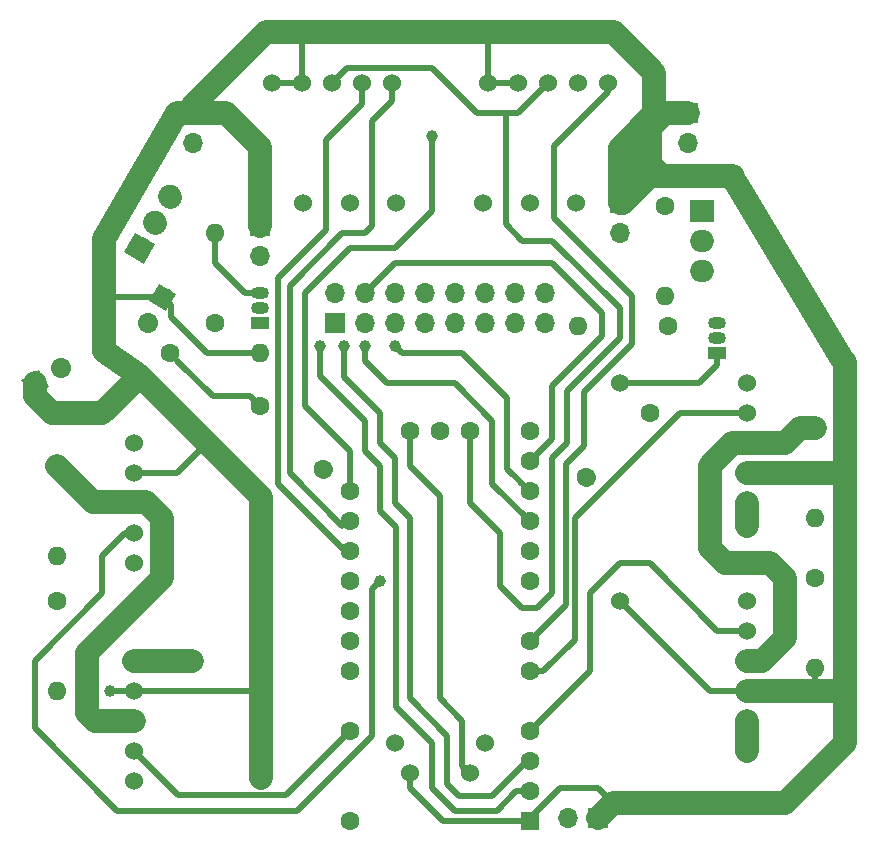
<source format=gtl>
G04 #@! TF.GenerationSoftware,KiCad,Pcbnew,5.0.2-bee76a0~70~ubuntu18.04.1*
G04 #@! TF.CreationDate,2019-01-29T21:20:29+01:00*
G04 #@! TF.ProjectId,Robot Propulsion layer 2 V2,526f626f-7420-4507-926f-70756c73696f,rev?*
G04 #@! TF.SameCoordinates,Original*
G04 #@! TF.FileFunction,Copper,L1,Top*
G04 #@! TF.FilePolarity,Positive*
%FSLAX46Y46*%
G04 Gerber Fmt 4.6, Leading zero omitted, Abs format (unit mm)*
G04 Created by KiCad (PCBNEW 5.0.2-bee76a0~70~ubuntu18.04.1) date mar. 29 janv. 2019 21:20:29 CET*
%MOMM*%
%LPD*%
G01*
G04 APERTURE LIST*
G04 #@! TA.AperFunction,ComponentPad*
%ADD10C,1.600000*%
G04 #@! TD*
G04 #@! TA.AperFunction,ComponentPad*
%ADD11R,1.600000X1.600000*%
G04 #@! TD*
G04 #@! TA.AperFunction,ComponentPad*
%ADD12R,1.500000X1.050000*%
G04 #@! TD*
G04 #@! TA.AperFunction,ComponentPad*
%ADD13O,1.500000X1.050000*%
G04 #@! TD*
G04 #@! TA.AperFunction,ComponentPad*
%ADD14C,1.524000*%
G04 #@! TD*
G04 #@! TA.AperFunction,ComponentPad*
%ADD15O,1.700000X1.700000*%
G04 #@! TD*
G04 #@! TA.AperFunction,ComponentPad*
%ADD16R,1.700000X1.700000*%
G04 #@! TD*
G04 #@! TA.AperFunction,ComponentPad*
%ADD17C,1.700000*%
G04 #@! TD*
G04 #@! TA.AperFunction,Conductor*
%ADD18C,1.700000*%
G04 #@! TD*
G04 #@! TA.AperFunction,Conductor*
%ADD19C,0.100000*%
G04 #@! TD*
G04 #@! TA.AperFunction,Conductor*
%ADD20C,1.600000*%
G04 #@! TD*
G04 #@! TA.AperFunction,ComponentPad*
%ADD21O,1.600000X1.600000*%
G04 #@! TD*
G04 #@! TA.AperFunction,ComponentPad*
%ADD22C,1.905000*%
G04 #@! TD*
G04 #@! TA.AperFunction,Conductor*
%ADD23C,1.905000*%
G04 #@! TD*
G04 #@! TA.AperFunction,ComponentPad*
%ADD24R,2.000000X1.905000*%
G04 #@! TD*
G04 #@! TA.AperFunction,ComponentPad*
%ADD25O,2.000000X1.905000*%
G04 #@! TD*
G04 #@! TA.AperFunction,ViaPad*
%ADD26C,1.000000*%
G04 #@! TD*
G04 #@! TA.AperFunction,ViaPad*
%ADD27C,1.600000*%
G04 #@! TD*
G04 #@! TA.AperFunction,Conductor*
%ADD28C,0.500000*%
G04 #@! TD*
G04 #@! TA.AperFunction,Conductor*
%ADD29C,2.000000*%
G04 #@! TD*
G04 APERTURE END LIST*
D10*
G04 #@! TO.P,U3,17*
G04 #@! TO.N,Net-(U3-Pad17)*
X119000000Y-78514000D03*
G04 #@! TO.P,U3,18*
G04 #@! TO.N,Net-(SW1-Pad1)*
X116460000Y-78514000D03*
G04 #@! TO.P,U3,16*
G04 #@! TO.N,+3V3*
X121540000Y-78514000D03*
G04 #@! TO.P,U3,14*
G04 #@! TO.N,/EN_BAT_6V*
X126620000Y-78514000D03*
G04 #@! TO.P,U3,22*
G04 #@! TO.N,/CUR_12V*
X111380000Y-83594000D03*
G04 #@! TO.P,U3,23*
G04 #@! TO.N,/ALERT_6V*
X111380000Y-86134000D03*
G04 #@! TO.P,U3,24*
G04 #@! TO.N,/CUR_6V*
X111380000Y-88674000D03*
G04 #@! TO.P,U3,25*
G04 #@! TO.N,/T_6V*
X111380000Y-91214000D03*
G04 #@! TO.P,U3,26*
G04 #@! TO.N,/T_12V*
X111380000Y-93754000D03*
G04 #@! TO.P,U3,27*
G04 #@! TO.N,Net-(U3-Pad27)*
X111380000Y-96294000D03*
G04 #@! TO.P,U3,28*
G04 #@! TO.N,Net-(U3-Pad28)*
X111380000Y-98834000D03*
G04 #@! TO.P,U3,30*
G04 #@! TO.N,/EN_5V*
X111380000Y-103914000D03*
G04 #@! TO.P,U3,33*
G04 #@! TO.N,Net-(U3-Pad33)*
X111380000Y-111534000D03*
G04 #@! TO.P,U3,13*
G04 #@! TO.N,/LED_1*
X126620000Y-81054000D03*
G04 #@! TO.P,U3,12*
G04 #@! TO.N,/STOP_BAT_POWER*
X126620000Y-83594000D03*
G04 #@! TO.P,U3,11*
G04 #@! TO.N,/LED_2*
X126620000Y-86134000D03*
G04 #@! TO.P,U3,10*
G04 #@! TO.N,/EN_BAT_12V*
X126620000Y-88674000D03*
G04 #@! TO.P,U3,9*
G04 #@! TO.N,/EN_3_3V*
X126620000Y-91214000D03*
G04 #@! TO.P,U3,7*
G04 #@! TO.N,/ALERT_12V*
X126620000Y-96294000D03*
G04 #@! TO.P,U3,6*
G04 #@! TO.N,/EN_9V*
X126620000Y-98834000D03*
G04 #@! TO.P,U3,4*
G04 #@! TO.N,/EN_6V*
X126620000Y-103914000D03*
G04 #@! TO.P,U3,3*
G04 #@! TO.N,/TX*
X126620000Y-106454000D03*
G04 #@! TO.P,U3,2*
G04 #@! TO.N,/RX*
X126620000Y-108994000D03*
D11*
G04 #@! TO.P,U3,1*
G04 #@! TO.N,GND*
X126620000Y-111534000D03*
G04 #@! TD*
D12*
G04 #@! TO.P,Q1,1*
G04 #@! TO.N,GND*
X103760000Y-69370000D03*
D13*
G04 #@! TO.P,Q1,3*
G04 #@! TO.N,Net-(Q1-Pad3)*
X103760000Y-66830000D03*
G04 #@! TO.P,Q1,2*
G04 #@! TO.N,Net-(Q1-Pad2)*
X103760000Y-68100000D03*
G04 #@! TD*
D12*
G04 #@! TO.P,Q3,1*
G04 #@! TO.N,GND*
X142495000Y-71910000D03*
D13*
G04 #@! TO.P,Q3,3*
G04 #@! TO.N,Net-(Q3-Pad3)*
X142495000Y-69370000D03*
G04 #@! TO.P,Q3,2*
G04 #@! TO.N,Net-(Q3-Pad2)*
X142495000Y-70640000D03*
G04 #@! TD*
D14*
G04 #@! TO.P,J3,3*
G04 #@! TO.N,GND*
X115340000Y-59210000D03*
G04 #@! TO.P,J3,2*
G04 #@! TO.N,+6V*
X111380000Y-59210000D03*
G04 #@! TO.P,J3,1*
G04 #@! TO.N,Net-(J3-Pad1)*
X107420000Y-59210000D03*
G04 #@! TD*
G04 #@! TO.P,J5,3*
G04 #@! TO.N,GND*
X130580000Y-59210000D03*
G04 #@! TO.P,J5,2*
G04 #@! TO.N,+12V*
X126620000Y-59210000D03*
G04 #@! TO.P,J5,1*
G04 #@! TO.N,Net-(J5-Pad1)*
X122660000Y-59210000D03*
G04 #@! TD*
D15*
G04 #@! TO.P,J2,2*
G04 #@! TO.N,Net-(J2-Pad2)*
X103760000Y-63655000D03*
D16*
G04 #@! TO.P,J2,1*
G04 #@! TO.N,GND*
X103760000Y-61115000D03*
G04 #@! TD*
D15*
G04 #@! TO.P,J4,2*
G04 #@! TO.N,Net-(J4-Pad2)*
X134240000Y-61750000D03*
D16*
G04 #@! TO.P,J4,1*
G04 #@! TO.N,GND*
X134240000Y-59210000D03*
G04 #@! TD*
D17*
G04 #@! TO.P,J7,2*
G04 #@! TO.N,+12V*
X86959705Y-73180000D03*
D18*
G04 #@! TD*
G04 #@! TO.N,+12V*
G04 #@! TO.C,J7*
X86959705Y-73180000D02*
X86959705Y-73180000D01*
D17*
G04 #@! TO.P,J7,1*
G04 #@! TO.N,GND*
X84760000Y-74450000D03*
D19*
G04 #@! TD*
G04 #@! TO.N,GND*
G04 #@! TO.C,J7*
G36*
X85921122Y-74761122D02*
X84448878Y-75611122D01*
X83598878Y-74138878D01*
X85071122Y-73288878D01*
X85921122Y-74761122D01*
X85921122Y-74761122D01*
G37*
D15*
G04 #@! TO.P,J8,2*
G04 #@! TO.N,+12V*
X140005000Y-54130000D03*
D16*
G04 #@! TO.P,J8,1*
G04 #@! TO.N,GND*
X140005000Y-51590000D03*
G04 #@! TD*
D15*
G04 #@! TO.P,J9,2*
G04 #@! TO.N,+12V*
X129845000Y-111280000D03*
D16*
G04 #@! TO.P,J9,1*
G04 #@! TO.N,GND*
X132385000Y-111280000D03*
G04 #@! TD*
D15*
G04 #@! TO.P,J10,2*
G04 #@! TO.N,+6V*
X98095000Y-54130000D03*
D16*
G04 #@! TO.P,J10,1*
G04 #@! TO.N,GND*
X98095000Y-51590000D03*
G04 #@! TD*
D17*
G04 #@! TO.P,Switch_Power1,2*
G04 #@! TO.N,Net-(J1-Pad6)*
X94285000Y-69370000D03*
D18*
G04 #@! TD*
G04 #@! TO.N,Net-(J1-Pad6)*
G04 #@! TO.C,Switch_Power1*
X94285000Y-69370000D02*
X94285000Y-69370000D01*
D17*
G04 #@! TO.P,Switch_Power1,1*
G04 #@! TO.N,GND*
X95555000Y-67170295D03*
D19*
G04 #@! TD*
G04 #@! TO.N,GND*
G04 #@! TO.C,Switch_Power1*
G36*
X94393878Y-67481417D02*
X95243878Y-66009173D01*
X96716122Y-66859173D01*
X95866122Y-68331417D01*
X94393878Y-67481417D01*
X94393878Y-67481417D01*
G37*
D14*
G04 #@! TO.P,U4,1*
G04 #@! TO.N,Net-(U4-Pad1)*
X93092000Y-89690000D03*
G04 #@! TO.P,U4,2*
G04 #@! TO.N,/EN_3_3V*
X93092000Y-87150000D03*
G04 #@! TO.P,U4,3*
G04 #@! TO.N,+6V*
X93092000Y-84610000D03*
G04 #@! TO.P,U4,4*
G04 #@! TO.N,GND*
X93092000Y-82070000D03*
G04 #@! TO.P,U4,5*
G04 #@! TO.N,/3_3V*
X93092000Y-79530000D03*
G04 #@! TO.P,U4,6*
G04 #@! TO.N,GND*
X103887000Y-89690000D03*
G04 #@! TD*
G04 #@! TO.P,U5,1*
G04 #@! TO.N,Net-(U5-Pad1)*
X93092000Y-108105000D03*
G04 #@! TO.P,U5,2*
G04 #@! TO.N,/EN_5V*
X93092000Y-105565000D03*
G04 #@! TO.P,U5,3*
G04 #@! TO.N,+6V*
X93092000Y-103025000D03*
G04 #@! TO.P,U5,4*
G04 #@! TO.N,GND*
X93092000Y-100485000D03*
G04 #@! TO.P,U5,5*
G04 #@! TO.N,/5V*
X93092000Y-97945000D03*
G04 #@! TO.P,U5,6*
G04 #@! TO.N,GND*
X103887000Y-108105000D03*
G04 #@! TD*
G04 #@! TO.P,U6,1*
G04 #@! TO.N,Net-(U6-Pad1)*
X145035000Y-92865000D03*
G04 #@! TO.P,U6,2*
G04 #@! TO.N,/EN_6V*
X145035000Y-95405000D03*
G04 #@! TO.P,U6,3*
G04 #@! TO.N,+12V*
X145035000Y-97945000D03*
G04 #@! TO.P,U6,4*
G04 #@! TO.N,GND*
X145035000Y-100485000D03*
G04 #@! TO.P,U6,5*
G04 #@! TO.N,/6V*
X145035000Y-103025000D03*
G04 #@! TO.P,U6,6*
G04 #@! TO.N,GND*
X134240000Y-92865000D03*
G04 #@! TD*
G04 #@! TO.P,U7,1*
G04 #@! TO.N,Net-(U7-Pad1)*
X145035000Y-74450000D03*
G04 #@! TO.P,U7,2*
G04 #@! TO.N,/EN_9V*
X145035000Y-76990000D03*
G04 #@! TO.P,U7,3*
G04 #@! TO.N,+12V*
X145035000Y-79530000D03*
G04 #@! TO.P,U7,4*
G04 #@! TO.N,GND*
X145035000Y-82070000D03*
G04 #@! TO.P,U7,5*
G04 #@! TO.N,/9V*
X145035000Y-84610000D03*
G04 #@! TO.P,U7,6*
G04 #@! TO.N,GND*
X134240000Y-74450000D03*
G04 #@! TD*
G04 #@! TO.P,U1,5*
G04 #@! TO.N,GND*
X104776000Y-49050000D03*
G04 #@! TO.P,U1,4*
X107316000Y-49050000D03*
G04 #@! TO.P,U1,3*
G04 #@! TO.N,+3V3*
X109856000Y-49050000D03*
G04 #@! TO.P,U1,2*
G04 #@! TO.N,/CUR_6V*
X112396000Y-49050000D03*
G04 #@! TO.P,U1,1*
G04 #@! TO.N,/ALERT_6V*
X114936000Y-49050000D03*
G04 #@! TD*
G04 #@! TO.P,U2,5*
G04 #@! TO.N,GND*
X123064000Y-49050000D03*
G04 #@! TO.P,U2,4*
X125604000Y-49050000D03*
G04 #@! TO.P,U2,3*
G04 #@! TO.N,+3V3*
X128144000Y-49050000D03*
G04 #@! TO.P,U2,2*
G04 #@! TO.N,/CUR_12V*
X130684000Y-49050000D03*
G04 #@! TO.P,U2,1*
G04 #@! TO.N,/ALERT_12V*
X133224000Y-49050000D03*
G04 #@! TD*
D15*
G04 #@! TO.P,J1,16*
G04 #@! TO.N,GND*
X127890000Y-66830000D03*
G04 #@! TO.P,J1,15*
G04 #@! TO.N,/9V*
X127890000Y-69370000D03*
G04 #@! TO.P,J1,14*
G04 #@! TO.N,GND*
X125350000Y-66830000D03*
G04 #@! TO.P,J1,13*
G04 #@! TO.N,/6V*
X125350000Y-69370000D03*
G04 #@! TO.P,J1,12*
G04 #@! TO.N,GND*
X122810000Y-66830000D03*
G04 #@! TO.P,J1,11*
G04 #@! TO.N,/5V*
X122810000Y-69370000D03*
G04 #@! TO.P,J1,10*
G04 #@! TO.N,GND*
X120270000Y-66830000D03*
G04 #@! TO.P,J1,9*
G04 #@! TO.N,/3_3V*
X120270000Y-69370000D03*
G04 #@! TO.P,J1,8*
G04 #@! TO.N,/USB_V+*
X117730000Y-66830000D03*
G04 #@! TO.P,J1,7*
G04 #@! TO.N,/USB_V-*
X117730000Y-69370000D03*
G04 #@! TO.P,J1,6*
G04 #@! TO.N,Net-(J1-Pad6)*
X115190000Y-66830000D03*
G04 #@! TO.P,J1,5*
G04 #@! TO.N,/STOP_BAT_POWER*
X115190000Y-69370000D03*
G04 #@! TO.P,J1,4*
G04 #@! TO.N,/LED_1*
X112650000Y-66830000D03*
G04 #@! TO.P,J1,3*
G04 #@! TO.N,/LED_2*
X112650000Y-69370000D03*
G04 #@! TO.P,J1,2*
G04 #@! TO.N,/TX*
X110110000Y-66830000D03*
D16*
G04 #@! TO.P,J1,1*
G04 #@! TO.N,/RX*
X110110000Y-69370000D03*
G04 #@! TD*
D10*
G04 #@! TO.P,R1,1*
G04 #@! TO.N,Net-(Q1-Pad2)*
X103760000Y-76355000D03*
G04 #@! TO.P,R1,2*
G04 #@! TO.N,/EN_BAT_6V*
X109148154Y-81743154D03*
D20*
G04 #@! TD*
G04 #@! TO.N,/EN_BAT_6V*
G04 #@! TO.C,R1*
X109148154Y-81743154D02*
X109148154Y-81743154D01*
D21*
G04 #@! TO.P,R2,2*
G04 #@! TO.N,GND*
X103760000Y-71910000D03*
D10*
G04 #@! TO.P,R2,1*
G04 #@! TO.N,Net-(Q1-Pad2)*
X96140000Y-71910000D03*
G04 #@! TD*
G04 #@! TO.P,R3,1*
G04 #@! TO.N,Net-(J2-Pad2)*
X99950000Y-69370000D03*
D21*
G04 #@! TO.P,R3,2*
G04 #@! TO.N,Net-(Q1-Pad3)*
X99950000Y-61750000D03*
G04 #@! TD*
G04 #@! TO.P,R4,2*
G04 #@! TO.N,/T_6V*
X86615000Y-89055000D03*
D10*
G04 #@! TO.P,R4,1*
G04 #@! TO.N,+6V*
X86615000Y-81435000D03*
G04 #@! TD*
G04 #@! TO.P,R5,1*
G04 #@! TO.N,/T_6V*
X86615000Y-92865000D03*
D21*
G04 #@! TO.P,R5,2*
G04 #@! TO.N,GND*
X86615000Y-100485000D03*
G04 #@! TD*
D10*
G04 #@! TO.P,R6,1*
G04 #@! TO.N,Net-(Q3-Pad2)*
X136780000Y-76990000D03*
G04 #@! TO.P,R6,2*
G04 #@! TO.N,/EN_BAT_12V*
X131391846Y-82378154D03*
D20*
G04 #@! TD*
G04 #@! TO.N,/EN_BAT_12V*
G04 #@! TO.C,R6*
X131391846Y-82378154D02*
X131391846Y-82378154D01*
D21*
G04 #@! TO.P,R7,2*
G04 #@! TO.N,GND*
X130684000Y-69624000D03*
D10*
G04 #@! TO.P,R7,1*
G04 #@! TO.N,Net-(Q3-Pad2)*
X138304000Y-69624000D03*
G04 #@! TD*
D21*
G04 #@! TO.P,R8,2*
G04 #@! TO.N,Net-(Q3-Pad3)*
X138050000Y-67084000D03*
D10*
G04 #@! TO.P,R8,1*
G04 #@! TO.N,Net-(J4-Pad2)*
X138050000Y-59464000D03*
G04 #@! TD*
D21*
G04 #@! TO.P,R9,2*
G04 #@! TO.N,/T_12V*
X150750000Y-85880000D03*
D10*
G04 #@! TO.P,R9,1*
G04 #@! TO.N,+12V*
X150750000Y-78260000D03*
G04 #@! TD*
G04 #@! TO.P,R10,1*
G04 #@! TO.N,/T_12V*
X150750000Y-90960000D03*
D21*
G04 #@! TO.P,R10,2*
G04 #@! TO.N,GND*
X150750000Y-98580000D03*
G04 #@! TD*
D14*
G04 #@! TO.P,SW1,1*
G04 #@! TO.N,Net-(SW1-Pad1)*
X121540000Y-107470000D03*
G04 #@! TO.P,SW1,2*
G04 #@! TO.N,GND*
X116460000Y-107470000D03*
G04 #@! TO.P,SW1,3*
G04 #@! TO.N,N/C*
X122810000Y-104930000D03*
G04 #@! TO.P,SW1,4*
X115190000Y-104930000D03*
G04 #@! TD*
D22*
G04 #@! TO.P,Q2,1*
G04 #@! TO.N,Net-(J2-Pad2)*
X93600000Y-63020000D03*
D19*
G04 #@! TD*
G04 #@! TO.N,Net-(J2-Pad2)*
G04 #@! TO.C,Q2*
G36*
X93989775Y-64344889D02*
X92257725Y-63344889D01*
X93210225Y-61695111D01*
X94942275Y-62695111D01*
X93989775Y-64344889D01*
X93989775Y-64344889D01*
G37*
D22*
G04 #@! TO.P,Q2,2*
G04 #@! TO.N,Net-(Q1-Pad3)*
X94870000Y-60820295D03*
D23*
G04 #@! TD*
G04 #@! TO.N,Net-(Q1-Pad3)*
G04 #@! TO.C,Q2*
X94828864Y-60796545D02*
X94911136Y-60844045D01*
D22*
G04 #@! TO.P,Q2,3*
G04 #@! TO.N,Net-(J3-Pad1)*
X96140000Y-58620591D03*
D23*
G04 #@! TD*
G04 #@! TO.N,Net-(J3-Pad1)*
G04 #@! TO.C,Q2*
X96098864Y-58596841D02*
X96181136Y-58644341D01*
D24*
G04 #@! TO.P,Q4,1*
G04 #@! TO.N,Net-(J4-Pad2)*
X141225000Y-59845000D03*
D25*
G04 #@! TO.P,Q4,2*
G04 #@! TO.N,Net-(Q3-Pad3)*
X141225000Y-62385000D03*
G04 #@! TO.P,Q4,3*
G04 #@! TO.N,Net-(J5-Pad1)*
X141225000Y-64925000D03*
G04 #@! TD*
D26*
G04 #@! TO.N,GND*
X91060000Y-100485000D03*
G04 #@! TO.N,/EN_3_3V*
X113920000Y-91214000D03*
D27*
G04 #@! TO.N,/5V*
X98045000Y-97945000D03*
G04 #@! TO.N,/6V*
X145035000Y-105565000D03*
G04 #@! TO.N,/9V*
X145035000Y-86515000D03*
D26*
G04 #@! TO.N,/CUR_12V*
X118365000Y-53495000D03*
G04 #@! TO.N,/RX*
X108840000Y-71275000D03*
G04 #@! TO.N,/LED_2*
X112650000Y-71275000D03*
G04 #@! TO.N,/STOP_BAT_POWER*
X115190000Y-71275000D03*
G04 #@! TO.N,/TX*
X110872000Y-71275000D03*
G04 #@! TD*
D28*
G04 #@! TO.N,Net-(Q1-Pad2)*
X96939999Y-72709999D02*
X96140000Y-71910000D01*
X99785001Y-75555001D02*
X96939999Y-72709999D01*
X102960001Y-75555001D02*
X99785001Y-75555001D01*
X103760000Y-76355000D02*
X102960001Y-75555001D01*
G04 #@! TO.N,Net-(Q1-Pad3)*
X99950000Y-62881370D02*
X99950000Y-61750000D01*
X102510000Y-66830000D02*
X99950000Y-64270000D01*
X99950000Y-64270000D02*
X99950000Y-62881370D01*
X103760000Y-66830000D02*
X102510000Y-66830000D01*
D29*
G04 #@! TO.N,GND*
X100945000Y-51590000D02*
X98095000Y-51590000D01*
X103760000Y-54405000D02*
X100945000Y-51590000D01*
X137155000Y-51590000D02*
X140005000Y-51590000D01*
X103887000Y-84102000D02*
X103887000Y-89563000D01*
X153290000Y-84610000D02*
X153290000Y-94770000D01*
D28*
X125604000Y-49050000D02*
X123064000Y-49050000D01*
X104776000Y-49050000D02*
X107316000Y-49050000D01*
D29*
X90425000Y-76990000D02*
X93600000Y-73815000D01*
X86218505Y-76990000D02*
X90425000Y-76990000D01*
X84760000Y-75531495D02*
X86218505Y-76990000D01*
X84760000Y-74450000D02*
X84760000Y-75531495D01*
X133655000Y-110010000D02*
X132385000Y-111280000D01*
X148210000Y-110010000D02*
X133655000Y-110010000D01*
X153290000Y-104930000D02*
X148210000Y-110010000D01*
X152655000Y-100485000D02*
X153290000Y-99850000D01*
X153290000Y-94770000D02*
X153290000Y-99850000D01*
X153290000Y-99850000D02*
X153290000Y-104930000D01*
X145035000Y-82070000D02*
X153290000Y-82070000D01*
X153290000Y-82070000D02*
X153290000Y-84610000D01*
X145035000Y-100485000D02*
X149480000Y-100485000D01*
D28*
X141860000Y-100485000D02*
X145035000Y-100485000D01*
X134240000Y-92865000D02*
X141860000Y-100485000D01*
X150750000Y-98580000D02*
X150750000Y-100485000D01*
D29*
X149480000Y-100485000D02*
X150750000Y-100485000D01*
X150750000Y-100485000D02*
X152655000Y-100485000D01*
D28*
X126620000Y-111534000D02*
X126620000Y-111280000D01*
X126620000Y-111280000D02*
X129160000Y-108740000D01*
X132385000Y-108740000D02*
X133655000Y-110010000D01*
X129160000Y-108740000D02*
X132385000Y-108740000D01*
X116460000Y-108740000D02*
X116460000Y-107470000D01*
X126620000Y-111534000D02*
X119254000Y-111534000D01*
X119254000Y-111534000D02*
X116460000Y-108740000D01*
X93092000Y-100485000D02*
X103887000Y-100485000D01*
D29*
X103887000Y-89563000D02*
X103887000Y-100485000D01*
X103887000Y-100485000D02*
X103887000Y-107851000D01*
D28*
X93092000Y-100485000D02*
X91060000Y-100485000D01*
X91060000Y-100485000D02*
X91060000Y-100485000D01*
X96775000Y-82070000D02*
X99315000Y-79530000D01*
X93092000Y-82070000D02*
X96775000Y-82070000D01*
D29*
X93600000Y-73815000D02*
X99315000Y-79530000D01*
X99315000Y-79530000D02*
X103887000Y-84102000D01*
D28*
X142495000Y-72935000D02*
X142495000Y-71910000D01*
X140980000Y-74450000D02*
X142495000Y-72935000D01*
X134240000Y-74450000D02*
X140980000Y-74450000D01*
D29*
X98095000Y-51590000D02*
X96775000Y-51590000D01*
X90552000Y-71681400D02*
X93600000Y-73815000D01*
X96775000Y-51590000D02*
X90598790Y-62258000D01*
D28*
X90867640Y-67170295D02*
X95555000Y-67170295D01*
X90572935Y-67465000D02*
X90867640Y-67170295D01*
D29*
X90572935Y-67465000D02*
X90552000Y-71681400D01*
X90598790Y-62258000D02*
X90572935Y-67465000D01*
D28*
X96247953Y-67863248D02*
X96247953Y-68842953D01*
X95555000Y-67170295D02*
X96247953Y-67863248D01*
X99315000Y-71910000D02*
X103760000Y-71910000D01*
X96247953Y-68842953D02*
X99315000Y-71910000D01*
D29*
X103760000Y-54405000D02*
X103760000Y-61115000D01*
X153290000Y-72646600D02*
X153290000Y-82070000D01*
X153061400Y-72418000D02*
X153290000Y-72646600D01*
X98095000Y-50905000D02*
X98095000Y-51590000D01*
X104268000Y-44732000D02*
X98095000Y-50905000D01*
X137155000Y-51590000D02*
X137155000Y-48155000D01*
X137155000Y-48155000D02*
X133732000Y-44732000D01*
D28*
X107316000Y-49050000D02*
X107316000Y-47972370D01*
X107316000Y-47972370D02*
X107316000Y-44732000D01*
D29*
X107316000Y-44732000D02*
X104268000Y-44732000D01*
X133732000Y-44732000D02*
X123064000Y-44732000D01*
D28*
X123064000Y-49050000D02*
X123064000Y-44732000D01*
D29*
X123064000Y-44732000D02*
X107316000Y-44732000D01*
X143878228Y-57035887D02*
X143878227Y-57035887D01*
X134240000Y-59210000D02*
X134240000Y-56924000D01*
X134240000Y-56924000D02*
X134240000Y-54505000D01*
X143813547Y-56924000D02*
X143878228Y-57035887D01*
X143878227Y-57035887D02*
X153061400Y-72418000D01*
X135764000Y-56924000D02*
X135764000Y-52981000D01*
X135764000Y-52981000D02*
X137155000Y-51590000D01*
X134240000Y-54505000D02*
X135764000Y-52981000D01*
X134240000Y-56924000D02*
X135764000Y-56924000D01*
X136780000Y-51965000D02*
X137155000Y-51590000D01*
X135764000Y-56924000D02*
X136780000Y-56924000D01*
X138050000Y-51590000D02*
X136780000Y-52860000D01*
X138812000Y-51590000D02*
X138050000Y-51590000D01*
X136780000Y-52860000D02*
X136780000Y-51965000D01*
D28*
X138812000Y-51590000D02*
X140005000Y-51590000D01*
D29*
X137796000Y-56924000D02*
X143813547Y-56924000D01*
X136780000Y-55908000D02*
X137796000Y-56924000D01*
X136780000Y-56924000D02*
X137796000Y-56924000D01*
X136780000Y-55400000D02*
X136780000Y-55908000D01*
X136780000Y-55400000D02*
X136780000Y-52860000D01*
X136780000Y-56924000D02*
X136780000Y-55400000D01*
X134494000Y-59210000D02*
X136780000Y-56924000D01*
X134240000Y-59210000D02*
X134494000Y-59210000D01*
D28*
G04 #@! TO.N,+3V3*
X109856000Y-49050000D02*
X111126000Y-47780000D01*
X111126000Y-47780000D02*
X118365000Y-47780000D01*
X118365000Y-47780000D02*
X122175000Y-51590000D01*
X125604000Y-51590000D02*
X128144000Y-49050000D01*
X128525000Y-80800000D02*
X129795000Y-79530000D01*
X128525000Y-92230000D02*
X128525000Y-80800000D01*
X127255000Y-93500000D02*
X128525000Y-92230000D01*
X125985000Y-93500000D02*
X127255000Y-93500000D01*
X121540000Y-78514000D02*
X121540000Y-84610000D01*
X121540000Y-84610000D02*
X124080000Y-87150000D01*
X124080000Y-91595000D02*
X125985000Y-93500000D01*
X124080000Y-87150000D02*
X124080000Y-91595000D01*
X125604000Y-51590000D02*
X124842000Y-51590000D01*
X122175000Y-51590000D02*
X124588000Y-51590000D01*
X124588000Y-51590000D02*
X125604000Y-51590000D01*
X129795000Y-79530000D02*
X129795000Y-75085000D01*
X129795000Y-75085000D02*
X134240000Y-70640000D01*
X134240000Y-68100000D02*
X134240000Y-69116000D01*
X134240000Y-69116000D02*
X134240000Y-68608000D01*
X134240000Y-70640000D02*
X134240000Y-69116000D01*
X124588000Y-51590000D02*
X124588000Y-60988000D01*
X125985000Y-62385000D02*
X128525000Y-62385000D01*
X128525000Y-62385000D02*
X134240000Y-68100000D01*
X124588000Y-60988000D02*
X125985000Y-62385000D01*
D29*
G04 #@! TO.N,+6V*
X89790000Y-103025000D02*
X93092000Y-103025000D01*
X89155000Y-102390000D02*
X89790000Y-103025000D01*
X89663000Y-84483000D02*
X94169630Y-84483000D01*
X86615000Y-81435000D02*
X89663000Y-84483000D01*
X94169630Y-84483000D02*
X95505000Y-85818370D01*
X95505000Y-85818370D02*
X95505000Y-90960000D01*
X95505000Y-90960000D02*
X89155000Y-97310000D01*
X89155000Y-97310000D02*
X89155000Y-102390000D01*
G04 #@! TO.N,+12V*
X148210000Y-79530000D02*
X149480000Y-78260000D01*
X145035000Y-79530000D02*
X148210000Y-79530000D01*
X143765000Y-79530000D02*
X145035000Y-79530000D01*
X141860000Y-81435000D02*
X143765000Y-79530000D01*
X141860000Y-88420000D02*
X141860000Y-81435000D01*
X146305000Y-97945000D02*
X148210000Y-96040000D01*
X145035000Y-97945000D02*
X146305000Y-97945000D01*
X148210000Y-96040000D02*
X148210000Y-90960000D01*
X148210000Y-90960000D02*
X146940000Y-89690000D01*
X143130000Y-89690000D02*
X141860000Y-88420000D01*
X146940000Y-89690000D02*
X143130000Y-89690000D01*
X149480000Y-78260000D02*
X150750000Y-78260000D01*
D28*
G04 #@! TO.N,/EN_3_3V*
X90425000Y-89055000D02*
X92330000Y-87150000D01*
X84710000Y-97945000D02*
X90425000Y-92230000D01*
X113285000Y-91849000D02*
X113285000Y-104295000D01*
X92330000Y-87150000D02*
X93092000Y-87150000D01*
X113920000Y-91214000D02*
X113285000Y-91849000D01*
X90425000Y-92230000D02*
X90425000Y-89055000D01*
X113285000Y-104295000D02*
X106935000Y-110645000D01*
X106935000Y-110645000D02*
X91695000Y-110645000D01*
X91695000Y-110645000D02*
X84710000Y-103660000D01*
X84710000Y-103660000D02*
X84710000Y-97945000D01*
D29*
G04 #@! TO.N,/5V*
X93092000Y-97945000D02*
X98045000Y-97945000D01*
X98045000Y-97945000D02*
X98045000Y-97945000D01*
D28*
G04 #@! TO.N,/EN_5V*
X110580001Y-104713999D02*
X111380000Y-103914000D01*
X105976999Y-109317001D02*
X110580001Y-104713999D01*
X96844001Y-109317001D02*
X105976999Y-109317001D01*
X93092000Y-105565000D02*
X96844001Y-109317001D01*
G04 #@! TO.N,/EN_6V*
X142495000Y-95405000D02*
X145035000Y-95405000D01*
X134240000Y-89690000D02*
X136780000Y-89690000D01*
X126620000Y-103914000D02*
X131700000Y-98834000D01*
X136780000Y-89690000D02*
X142495000Y-95405000D01*
X131700000Y-92230000D02*
X134240000Y-89690000D01*
X131700000Y-98834000D02*
X131700000Y-92230000D01*
D29*
G04 #@! TO.N,/6V*
X145035000Y-103025000D02*
X145035000Y-105565000D01*
X145035000Y-105565000D02*
X145035000Y-105565000D01*
G04 #@! TO.N,/9V*
X145035000Y-84610000D02*
X145035000Y-86515000D01*
X145035000Y-86515000D02*
X145035000Y-86515000D01*
D28*
G04 #@! TO.N,/EN_9V*
X127751370Y-98834000D02*
X130430000Y-96155370D01*
X126620000Y-98834000D02*
X127751370Y-98834000D01*
X130430000Y-96155370D02*
X130430000Y-85880000D01*
X130430000Y-85880000D02*
X139320000Y-76990000D01*
X139320000Y-76990000D02*
X145035000Y-76990000D01*
G04 #@! TO.N,/CUR_6V*
X110999000Y-88674000D02*
X111380000Y-88674000D01*
X112396000Y-50828000D02*
X109348000Y-53876000D01*
X105284000Y-65560000D02*
X105284000Y-82959000D01*
X112396000Y-49050000D02*
X112396000Y-50828000D01*
X109348000Y-53876000D02*
X109348000Y-61496000D01*
X109348000Y-61496000D02*
X105284000Y-65560000D01*
X105284000Y-82959000D02*
X110999000Y-88674000D01*
G04 #@! TO.N,/CUR_12V*
X118365000Y-59845000D02*
X118365000Y-53495000D01*
X111380000Y-80165000D02*
X107570000Y-76355000D01*
X111380000Y-63020000D02*
X115190000Y-63020000D01*
X111380000Y-83594000D02*
X111380000Y-80165000D01*
X115190000Y-63020000D02*
X118365000Y-59845000D01*
X107570000Y-76355000D02*
X107570000Y-66830000D01*
X107570000Y-66830000D02*
X111380000Y-63020000D01*
G04 #@! TO.N,/RX*
X108840000Y-71275000D02*
X108840000Y-71275000D01*
X108840000Y-73815000D02*
X108840000Y-71275000D01*
X113920000Y-85245000D02*
X113920000Y-81435000D01*
X115308249Y-86633249D02*
X113920000Y-85245000D01*
X113920000Y-81435000D02*
X112650000Y-80165000D01*
X115308249Y-101873249D02*
X115308249Y-86633249D01*
X125488630Y-108994000D02*
X123837630Y-110645000D01*
X112650000Y-77625000D02*
X108840000Y-73815000D01*
X118365000Y-108740000D02*
X118365000Y-104930000D01*
X112650000Y-80165000D02*
X112650000Y-77625000D01*
X126620000Y-108994000D02*
X125488630Y-108994000D01*
X123837630Y-110645000D02*
X120270000Y-110645000D01*
X120270000Y-110645000D02*
X118365000Y-108740000D01*
X118365000Y-104930000D02*
X115308249Y-101873249D01*
G04 #@! TO.N,/LED_2*
X123445000Y-82959000D02*
X126620000Y-86134000D01*
X112650000Y-71275000D02*
X112650000Y-72545000D01*
X112650000Y-72545000D02*
X114555000Y-74450000D01*
X114555000Y-74450000D02*
X120270000Y-74450000D01*
X120270000Y-74450000D02*
X123445000Y-77625000D01*
X123445000Y-77625000D02*
X123445000Y-78260000D01*
X123445000Y-77879000D02*
X123445000Y-78260000D01*
X123445000Y-78260000D02*
X123445000Y-82959000D01*
G04 #@! TO.N,/STOP_BAT_POWER*
X125820001Y-82794001D02*
X126620000Y-83594000D01*
X126620000Y-83594000D02*
X124715000Y-81689000D01*
X124715000Y-81689000D02*
X124715000Y-76990000D01*
X124715000Y-76990000D02*
X124715000Y-75720000D01*
X124715000Y-75720000D02*
X120905000Y-71910000D01*
X115190000Y-71275000D02*
X115825000Y-71910000D01*
X115825000Y-71910000D02*
X117095000Y-71910000D01*
X120905000Y-71910000D02*
X117095000Y-71910000D01*
X117095000Y-71910000D02*
X116460000Y-71910000D01*
G04 #@! TO.N,/LED_1*
X115190000Y-64290000D02*
X113950001Y-65529999D01*
X113950001Y-65529999D02*
X112650000Y-66830000D01*
X128525000Y-79149000D02*
X128525000Y-74649002D01*
X126620000Y-81054000D02*
X128525000Y-79149000D01*
X132716000Y-68481000D02*
X128525000Y-64290000D01*
X128525000Y-64290000D02*
X115190000Y-64290000D01*
X128525000Y-74649002D02*
X132716000Y-70458002D01*
X132716000Y-70458002D02*
X132716000Y-68481000D01*
G04 #@! TO.N,/TX*
X120624962Y-109375000D02*
X123445000Y-109375000D01*
X126366000Y-106454000D02*
X126620000Y-106454000D01*
X119635000Y-108385038D02*
X120624962Y-109375000D01*
X123445000Y-109375000D02*
X126366000Y-106454000D01*
X119635000Y-104295000D02*
X119635000Y-108385038D01*
X113920000Y-76990000D02*
X113920000Y-79530000D01*
X115190000Y-84610000D02*
X116460000Y-85880000D01*
X116460000Y-85880000D02*
X116460000Y-101120000D01*
X113920000Y-79530000D02*
X115190000Y-80800000D01*
X116460000Y-101120000D02*
X119635000Y-104295000D01*
X110872000Y-71275000D02*
X110872000Y-73180000D01*
X115190000Y-80800000D02*
X115190000Y-84610000D01*
X110872000Y-73180000D02*
X110872000Y-73942000D01*
X110872000Y-73942000D02*
X113920000Y-76990000D01*
G04 #@! TO.N,Net-(SW1-Pad1)*
X120905000Y-103025000D02*
X120905000Y-106835000D01*
X119000000Y-83975000D02*
X119000000Y-101120000D01*
X119000000Y-101120000D02*
X120905000Y-103025000D01*
X116460000Y-78514000D02*
X116460000Y-81435000D01*
X116460000Y-81435000D02*
X119000000Y-83975000D01*
X120905000Y-106835000D02*
X121540000Y-107470000D01*
G04 #@! TO.N,/ALERT_12V*
X126620000Y-96294000D02*
X129160000Y-93754000D01*
X129160000Y-93754000D02*
X129414000Y-93500000D01*
X129414000Y-93500000D02*
X129668000Y-93246000D01*
X129668000Y-93246000D02*
X129668000Y-82070000D01*
X129668000Y-82070000D02*
X129668000Y-81308000D01*
X129668000Y-81308000D02*
X130684000Y-80292000D01*
X130684000Y-80292000D02*
X131192000Y-79784000D01*
X131192000Y-79784000D02*
X131192000Y-75212000D01*
X131192000Y-75212000D02*
X135256000Y-71148000D01*
X135256000Y-71148000D02*
X135256000Y-69116000D01*
X135256000Y-67084000D02*
X128652000Y-60480000D01*
X135256000Y-69116000D02*
X135256000Y-68608000D01*
X135256000Y-69116000D02*
X135256000Y-67084000D01*
X133224000Y-49812000D02*
X133224000Y-49050000D01*
X128652000Y-60480000D02*
X128652000Y-54384000D01*
X128652000Y-54384000D02*
X133224000Y-49812000D01*
G04 #@! TO.N,/ALERT_6V*
X111126000Y-86134000D02*
X111380000Y-86134000D01*
X110745000Y-86515000D02*
X111126000Y-86134000D01*
X106300000Y-82070000D02*
X110745000Y-86515000D01*
X106300000Y-66195000D02*
X106300000Y-82070000D01*
X114936000Y-50574000D02*
X113285000Y-52225000D01*
X113285000Y-52225000D02*
X113285000Y-61115000D01*
X113285000Y-61115000D02*
X112650000Y-61750000D01*
X112650000Y-61750000D02*
X110745000Y-61750000D01*
X110745000Y-61750000D02*
X106300000Y-66195000D01*
X114936000Y-49050000D02*
X114936000Y-50574000D01*
G04 #@! TD*
M02*

</source>
